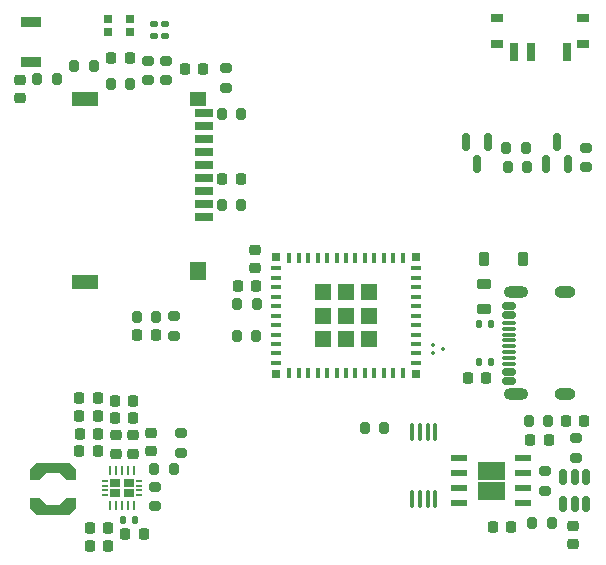
<source format=gbr>
%TF.GenerationSoftware,KiCad,Pcbnew,9.0.1*%
%TF.CreationDate,2025-09-03T21:59:16+02:00*%
%TF.ProjectId,cartouche v1,63617274-6f75-4636-9865-2076312e6b69,rev?*%
%TF.SameCoordinates,Original*%
%TF.FileFunction,Paste,Top*%
%TF.FilePolarity,Positive*%
%FSLAX46Y46*%
G04 Gerber Fmt 4.6, Leading zero omitted, Abs format (unit mm)*
G04 Created by KiCad (PCBNEW 9.0.1) date 2025-09-03 21:59:16*
%MOMM*%
%LPD*%
G01*
G04 APERTURE LIST*
G04 Aperture macros list*
%AMRoundRect*
0 Rectangle with rounded corners*
0 $1 Rounding radius*
0 $2 $3 $4 $5 $6 $7 $8 $9 X,Y pos of 4 corners*
0 Add a 4 corners polygon primitive as box body*
4,1,4,$2,$3,$4,$5,$6,$7,$8,$9,$2,$3,0*
0 Add four circle primitives for the rounded corners*
1,1,$1+$1,$2,$3*
1,1,$1+$1,$4,$5*
1,1,$1+$1,$6,$7*
1,1,$1+$1,$8,$9*
0 Add four rect primitives between the rounded corners*
20,1,$1+$1,$2,$3,$4,$5,0*
20,1,$1+$1,$4,$5,$6,$7,0*
20,1,$1+$1,$6,$7,$8,$9,0*
20,1,$1+$1,$8,$9,$2,$3,0*%
%AMFreePoly0*
4,1,11,1.015000,1.170000,0.435000,0.575000,0.435000,-0.575000,1.015000,-1.170000,1.015000,-1.945000,0.125000,-1.945000,-0.435000,-1.395000,-0.435000,1.395000,0.125000,1.945000,1.015000,1.945000,1.015000,1.170000,1.015000,1.170000,$1*%
%AMFreePoly1*
4,1,11,0.435000,1.395000,0.435000,-1.395000,-0.125000,-1.945000,-1.015000,-1.945000,-1.015000,-1.170000,-0.435000,-0.575000,-0.435000,0.575000,-1.015000,1.170000,-1.015000,1.945000,-0.125000,1.945000,0.435000,1.395000,0.435000,1.395000,$1*%
G04 Aperture macros list end*
%ADD10C,0.000000*%
%ADD11RoundRect,0.147500X0.172500X-0.147500X0.172500X0.147500X-0.172500X0.147500X-0.172500X-0.147500X0*%
%ADD12R,1.400000X1.200000*%
%ADD13R,2.200000X1.200000*%
%ADD14R,1.400000X1.600000*%
%ADD15R,1.600000X0.700000*%
%ADD16RoundRect,0.200000X0.200000X0.275000X-0.200000X0.275000X-0.200000X-0.275000X0.200000X-0.275000X0*%
%ADD17RoundRect,0.200000X-0.200000X-0.275000X0.200000X-0.275000X0.200000X0.275000X-0.200000X0.275000X0*%
%ADD18RoundRect,0.200000X-0.275000X0.200000X-0.275000X-0.200000X0.275000X-0.200000X0.275000X0.200000X0*%
%ADD19RoundRect,0.135000X0.135000X0.185000X-0.135000X0.185000X-0.135000X-0.185000X0.135000X-0.185000X0*%
%ADD20RoundRect,0.200000X0.275000X-0.200000X0.275000X0.200000X-0.275000X0.200000X-0.275000X-0.200000X0*%
%ADD21RoundRect,0.075000X-0.075000X0.075000X-0.075000X-0.075000X0.075000X-0.075000X0.075000X0.075000X0*%
%ADD22RoundRect,0.225000X0.225000X0.250000X-0.225000X0.250000X-0.225000X-0.250000X0.225000X-0.250000X0*%
%ADD23RoundRect,0.225000X-0.225000X-0.250000X0.225000X-0.250000X0.225000X0.250000X-0.225000X0.250000X0*%
%ADD24R,0.230000X0.230000*%
%ADD25O,0.230000X0.800000*%
%ADD26R,0.600000X0.230000*%
%ADD27R,0.900000X0.650000*%
%ADD28R,1.000000X0.800000*%
%ADD29R,0.700000X1.500000*%
%ADD30RoundRect,0.225000X-0.250000X0.225000X-0.250000X-0.225000X0.250000X-0.225000X0.250000X0.225000X0*%
%ADD31RoundRect,0.225000X0.225000X0.375000X-0.225000X0.375000X-0.225000X-0.375000X0.225000X-0.375000X0*%
%ADD32FreePoly0,90.000000*%
%ADD33FreePoly1,90.000000*%
%ADD34RoundRect,0.150000X0.150000X-0.587500X0.150000X0.587500X-0.150000X0.587500X-0.150000X-0.587500X0*%
%ADD35R,1.700000X0.900000*%
%ADD36RoundRect,0.218750X0.381250X-0.218750X0.381250X0.218750X-0.381250X0.218750X-0.381250X-0.218750X0*%
%ADD37R,1.454899X0.558000*%
%ADD38RoundRect,0.135000X-0.135000X-0.185000X0.135000X-0.185000X0.135000X0.185000X-0.135000X0.185000X0*%
%ADD39RoundRect,0.225000X0.250000X-0.225000X0.250000X0.225000X-0.250000X0.225000X-0.250000X-0.225000X0*%
%ADD40RoundRect,0.150000X-0.150000X0.512500X-0.150000X-0.512500X0.150000X-0.512500X0.150000X0.512500X0*%
%ADD41RoundRect,0.150000X0.425000X-0.150000X0.425000X0.150000X-0.425000X0.150000X-0.425000X-0.150000X0*%
%ADD42RoundRect,0.075000X0.500000X-0.075000X0.500000X0.075000X-0.500000X0.075000X-0.500000X-0.075000X0*%
%ADD43O,2.100000X1.000000*%
%ADD44O,1.800000X1.000000*%
%ADD45RoundRect,0.150000X-0.150000X0.587500X-0.150000X-0.587500X0.150000X-0.587500X0.150000X0.587500X0*%
%ADD46RoundRect,0.100000X0.100000X-0.637500X0.100000X0.637500X-0.100000X0.637500X-0.100000X-0.637500X0*%
%ADD47RoundRect,0.218750X0.218750X0.256250X-0.218750X0.256250X-0.218750X-0.256250X0.218750X-0.256250X0*%
%ADD48R,0.812800X0.406400*%
%ADD49R,0.406400X0.812800*%
%ADD50R,1.447800X1.447800*%
%ADD51R,0.711200X0.711200*%
%ADD52R,0.700000X0.700000*%
G04 APERTURE END LIST*
D10*
%TO.C,U_TC4056A1*%
G36*
X167557300Y-118600000D02*
G01*
X165242700Y-118600000D01*
X165242700Y-117098200D01*
X167557300Y-117098200D01*
X167557300Y-118600000D01*
G37*
G36*
X167557300Y-120301800D02*
G01*
X165242700Y-120301800D01*
X165242700Y-118800000D01*
X167557300Y-118800000D01*
X167557300Y-120301800D01*
G37*
%TD*%
D11*
%TO.C,charge*%
X138800000Y-80030000D03*
X138800000Y-81000000D03*
%TD*%
%TO.C,charged*%
X137800000Y-80015000D03*
X137800000Y-80985000D03*
%TD*%
D12*
%TO.C,microSD*%
X141587500Y-86350000D03*
D13*
X131987500Y-86350000D03*
D14*
X141587500Y-100950000D03*
D13*
X131987500Y-101850000D03*
D15*
X142087500Y-87550000D03*
X142087500Y-88650000D03*
X142087500Y-89750000D03*
X142087500Y-90850000D03*
X142087500Y-91950000D03*
X142087500Y-93050000D03*
X142087500Y-94150000D03*
X142087500Y-95250000D03*
X142087500Y-96350000D03*
%TD*%
D16*
%TO.C,R4*%
X129625000Y-84700000D03*
X127975000Y-84700000D03*
%TD*%
D17*
%TO.C,R13*%
X137875000Y-117700000D03*
X139525000Y-117700000D03*
%TD*%
D18*
%TO.C,R24*%
X138850000Y-83125000D03*
X138850000Y-84775000D03*
%TD*%
D19*
%TO.C,R16*%
X166410000Y-108650000D03*
X165390000Y-108650000D03*
%TD*%
D20*
%TO.C,R21*%
X143900000Y-85400000D03*
X143900000Y-83750000D03*
%TD*%
D21*
%TO.C,U2*%
X161475000Y-107150000D03*
X161475000Y-107850000D03*
X162325000Y-107500000D03*
%TD*%
D22*
%TO.C,C4*%
X137975000Y-106300000D03*
X136425000Y-106300000D03*
%TD*%
D23*
%TO.C,C18*%
X164425000Y-110000000D03*
X165975000Y-110000000D03*
%TD*%
D24*
%TO.C,U_polux1*%
X134125000Y-121060000D03*
D25*
X134125000Y-120775000D03*
D24*
X134625000Y-121060000D03*
D25*
X134625000Y-120775000D03*
D24*
X135125000Y-121060000D03*
D25*
X135125000Y-120775000D03*
D24*
X135625000Y-121060000D03*
D25*
X135625000Y-120775000D03*
D24*
X136125000Y-121060000D03*
D25*
X136125000Y-120775000D03*
X136125000Y-117825000D03*
D24*
X136125000Y-117540000D03*
D25*
X135625000Y-117825000D03*
D24*
X135625000Y-117540000D03*
D25*
X135125000Y-117825000D03*
D24*
X135125000Y-117540000D03*
D25*
X134625000Y-117825000D03*
D24*
X134625000Y-117540000D03*
D25*
X134125000Y-117825000D03*
D24*
X134125000Y-117540000D03*
D26*
X133700000Y-119900000D03*
X136550000Y-119900000D03*
D27*
X134565000Y-119735000D03*
X135685000Y-119735000D03*
D26*
X133700000Y-119500000D03*
X136550000Y-119500000D03*
X133700000Y-119100000D03*
X136550000Y-119100000D03*
D27*
X134565000Y-118865000D03*
X135685000Y-118865000D03*
D26*
X133700000Y-118700000D03*
X136550000Y-118700000D03*
%TD*%
D28*
%TO.C,SWITCH ON/OFF*%
X174200000Y-81710000D03*
X174200000Y-79500000D03*
X166900000Y-81710000D03*
X166900000Y-79500000D03*
D29*
X172800000Y-82360000D03*
X169800000Y-82360000D03*
X168300000Y-82360000D03*
%TD*%
D23*
%TO.C,C12*%
X131525000Y-116200000D03*
X133075000Y-116200000D03*
%TD*%
D18*
%TO.C,R10*%
X174400000Y-90500000D03*
X174400000Y-92150000D03*
%TD*%
D30*
%TO.C,C11*%
X134600000Y-114825000D03*
X134600000Y-116375000D03*
%TD*%
D23*
%TO.C,C15*%
X131525000Y-113200000D03*
X133075000Y-113200000D03*
%TD*%
D31*
%TO.C,D1*%
X169100000Y-99900000D03*
X165800000Y-99900000D03*
%TD*%
D32*
%TO.C,U_coil_polux1*%
X129300000Y-121165000D03*
D33*
X129300000Y-117635000D03*
%TD*%
D34*
%TO.C,Q1*%
X171000000Y-91900000D03*
X172900000Y-91900000D03*
X171950000Y-90025000D03*
%TD*%
D18*
%TO.C,R14*%
X140100000Y-114650000D03*
X140100000Y-116300000D03*
%TD*%
D17*
%TO.C,R18*%
X143575000Y-95300000D03*
X145225000Y-95300000D03*
%TD*%
D35*
%TO.C,SW1*%
X127400000Y-79800000D03*
X127400000Y-83200000D03*
%TD*%
D18*
%TO.C,R6*%
X139500000Y-104775000D03*
X139500000Y-106425000D03*
%TD*%
D22*
%TO.C,C16*%
X136075000Y-113400000D03*
X134525000Y-113400000D03*
%TD*%
D30*
%TO.C,C3*%
X126500000Y-84725000D03*
X126500000Y-86275000D03*
%TD*%
D16*
%TO.C,R19*%
X145225000Y-87600000D03*
X143575000Y-87600000D03*
%TD*%
D36*
%TO.C,L1*%
X165800000Y-104112500D03*
X165800000Y-101987500D03*
%TD*%
D16*
%TO.C,R3*%
X157325000Y-114200000D03*
X155675000Y-114200000D03*
%TD*%
D18*
%TO.C,R26*%
X137350000Y-83125000D03*
X137350000Y-84775000D03*
%TD*%
D17*
%TO.C,R11*%
X167775000Y-92100000D03*
X169425000Y-92100000D03*
%TD*%
%TO.C,R1*%
X144875000Y-103700000D03*
X146525000Y-103700000D03*
%TD*%
D30*
%TO.C,C10*%
X136100000Y-114825000D03*
X136100000Y-116375000D03*
%TD*%
D22*
%TO.C,C7*%
X136975000Y-123200000D03*
X135425000Y-123200000D03*
%TD*%
D18*
%TO.C,R23*%
X170978652Y-117870000D03*
X170978652Y-119520000D03*
%TD*%
D37*
%TO.C,U_TC4056A1*%
X169121348Y-120605000D03*
X169121348Y-119335000D03*
X169121348Y-118065000D03*
X169121348Y-116795000D03*
X163678652Y-116795000D03*
X163678652Y-118065000D03*
X163678652Y-119335000D03*
X163678652Y-120605000D03*
%TD*%
D38*
%TO.C,R15*%
X165390000Y-105450000D03*
X166410000Y-105450000D03*
%TD*%
D23*
%TO.C,C8*%
X132425000Y-122700000D03*
X133975000Y-122700000D03*
%TD*%
D30*
%TO.C,C1*%
X146400000Y-99125000D03*
X146400000Y-100675000D03*
%TD*%
D16*
%TO.C,R20*%
X146500000Y-106400000D03*
X144850000Y-106400000D03*
%TD*%
%TO.C,R5*%
X132725000Y-83550000D03*
X131075000Y-83550000D03*
%TD*%
D23*
%TO.C,C6*%
X132400000Y-124200000D03*
X133950000Y-124200000D03*
%TD*%
D39*
%TO.C,C22*%
X173300000Y-124075000D03*
X173300000Y-122525000D03*
%TD*%
D40*
%TO.C,U_DW01A1*%
X174400000Y-118362500D03*
X173450000Y-118362500D03*
X172500000Y-118362500D03*
X172500000Y-120637500D03*
X173450000Y-120637500D03*
X174400000Y-120637500D03*
%TD*%
D23*
%TO.C,C2*%
X144925000Y-102200000D03*
X146475000Y-102200000D03*
%TD*%
%TO.C,C13*%
X131525000Y-111700000D03*
X133075000Y-111700000D03*
%TD*%
D38*
%TO.C,R8*%
X135190000Y-122000000D03*
X136210000Y-122000000D03*
%TD*%
D41*
%TO.C,USB-C*%
X167910000Y-110250000D03*
X167910000Y-109450000D03*
D42*
X167910000Y-108300000D03*
X167910000Y-107300000D03*
X167910000Y-106800000D03*
X167910000Y-105800000D03*
D41*
X167910000Y-104650000D03*
X167910000Y-103850000D03*
X167910000Y-103850000D03*
X167910000Y-104650000D03*
D42*
X167910000Y-105300000D03*
X167910000Y-106300000D03*
X167910000Y-107800000D03*
X167910000Y-108800000D03*
D41*
X167910000Y-109450000D03*
X167910000Y-110250000D03*
D43*
X168485000Y-111370000D03*
D44*
X172665000Y-111370000D03*
D43*
X168485000Y-102730000D03*
D44*
X172665000Y-102730000D03*
%TD*%
D17*
%TO.C,R7*%
X134175000Y-85100000D03*
X135825000Y-85100000D03*
%TD*%
D45*
%TO.C,Q2*%
X166150000Y-90000000D03*
X164250000Y-90000000D03*
X165200000Y-91875000D03*
%TD*%
D17*
%TO.C,R2*%
X136375000Y-104800000D03*
X138025000Y-104800000D03*
%TD*%
D18*
%TO.C,R12*%
X137900000Y-119175000D03*
X137900000Y-120825000D03*
%TD*%
D23*
%TO.C,C23*%
X166550000Y-122600000D03*
X168100000Y-122600000D03*
%TD*%
D22*
%TO.C,C5*%
X135775000Y-82900000D03*
X134225000Y-82900000D03*
%TD*%
D46*
%TO.C,Q3*%
X159703652Y-120262500D03*
X160353652Y-120262500D03*
X161003652Y-120262500D03*
X161653652Y-120262500D03*
X161653652Y-114537500D03*
X161003652Y-114537500D03*
X160353652Y-114537500D03*
X159703652Y-114537500D03*
%TD*%
D20*
%TO.C,R22*%
X173578652Y-116720000D03*
X173578652Y-115070000D03*
%TD*%
D23*
%TO.C,C19*%
X143625000Y-93100000D03*
X145175000Y-93100000D03*
%TD*%
D17*
%TO.C,R25*%
X169850000Y-122300000D03*
X171500000Y-122300000D03*
%TD*%
%TO.C,R9*%
X167675000Y-90500000D03*
X169325000Y-90500000D03*
%TD*%
%TO.C,R17*%
X169550000Y-113600000D03*
X171200000Y-113600000D03*
%TD*%
D22*
%TO.C,C14*%
X136075000Y-111900000D03*
X134525000Y-111900000D03*
%TD*%
D23*
%TO.C,C20*%
X140425000Y-83800000D03*
X141975000Y-83800000D03*
%TD*%
D39*
%TO.C,C9*%
X137600000Y-116200000D03*
X137600000Y-114650000D03*
%TD*%
D23*
%TO.C,C21*%
X169703652Y-115195000D03*
X171253652Y-115195000D03*
%TD*%
D47*
%TO.C,LED1*%
X174287500Y-113600000D03*
X172712500Y-113600000D03*
%TD*%
D48*
%TO.C,U1*%
X148200002Y-100700000D03*
X148200002Y-101500001D03*
X148200002Y-102300000D03*
X148200002Y-103100001D03*
X148200002Y-103899999D03*
X148200002Y-104700000D03*
X148200002Y-105500001D03*
X148200002Y-106299999D03*
X148200002Y-107100000D03*
X148200002Y-107899999D03*
X148200002Y-108700000D03*
D49*
X149299999Y-109600000D03*
X150100000Y-109600000D03*
X150900001Y-109600000D03*
X151700000Y-109600000D03*
X152500001Y-109600000D03*
X153299999Y-109600000D03*
X154100000Y-109600000D03*
X154900001Y-109600000D03*
X155699999Y-109600000D03*
X156500000Y-109600000D03*
X157299999Y-109600000D03*
X158100000Y-109600000D03*
X158899998Y-109600000D03*
D48*
X159999998Y-108700000D03*
X159999998Y-107899999D03*
X159999998Y-107100000D03*
X159999998Y-106299999D03*
X159999998Y-105500001D03*
X159999998Y-104700000D03*
X159999998Y-103899999D03*
X159999998Y-103100001D03*
X159999998Y-102300000D03*
X159999998Y-101500001D03*
X159999998Y-100700000D03*
D49*
X158900001Y-99800000D03*
X158100000Y-99800000D03*
X157299999Y-99800000D03*
X156500000Y-99800000D03*
X155699999Y-99800000D03*
X154900001Y-99800000D03*
X154100000Y-99800000D03*
X153299999Y-99800000D03*
X152500001Y-99800000D03*
X151700000Y-99800000D03*
X150900001Y-99800000D03*
X150100000Y-99800000D03*
X149300002Y-99800000D03*
D50*
X154100000Y-104700000D03*
D51*
X160050000Y-99750000D03*
X160050000Y-109650000D03*
X148150000Y-109650000D03*
X148150000Y-99750000D03*
D50*
X156075000Y-102725000D03*
X156075000Y-104700000D03*
X156075000Y-106675000D03*
X154100000Y-106675000D03*
X152125000Y-106675000D03*
X152125000Y-104700000D03*
X152125000Y-102725000D03*
X154100000Y-102725000D03*
%TD*%
D23*
%TO.C,C17*%
X131550000Y-114700000D03*
X133100000Y-114700000D03*
%TD*%
D52*
%TO.C,LED_RGB1*%
X133985000Y-79600000D03*
X133985000Y-80700000D03*
X135815000Y-80700000D03*
X135815000Y-79600000D03*
%TD*%
M02*

</source>
